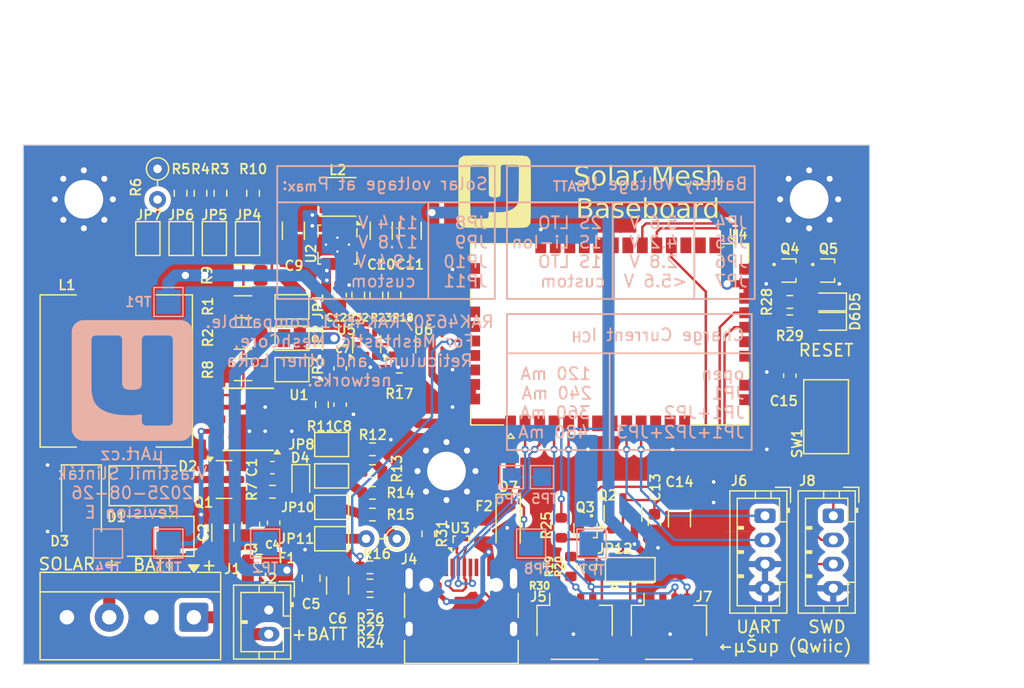
<source format=kicad_pcb>
(kicad_pcb
	(version 20241229)
	(generator "pcbnew")
	(generator_version "9.0")
	(general
		(thickness 1.6)
		(legacy_teardrops no)
	)
	(paper "A4")
	(title_block
		(title "Solar Mesh Baseboard for RAK4630")
		(date "2025-08-26")
		(rev "E")
		(company "μArt.cz")
		(comment 1 "Vlastimil Slinták")
	)
	(layers
		(0 "F.Cu" signal)
		(2 "B.Cu" signal)
		(9 "F.Adhes" user "F.Adhesive")
		(11 "B.Adhes" user "B.Adhesive")
		(13 "F.Paste" user)
		(15 "B.Paste" user)
		(5 "F.SilkS" user "F.Silkscreen")
		(7 "B.SilkS" user "B.Silkscreen")
		(1 "F.Mask" user)
		(3 "B.Mask" user)
		(17 "Dwgs.User" user "User.Drawings")
		(19 "Cmts.User" user "User.Comments")
		(21 "Eco1.User" user "User.Eco1")
		(23 "Eco2.User" user "User.Eco2")
		(25 "Edge.Cuts" user)
		(27 "Margin" user)
		(31 "F.CrtYd" user "F.Courtyard")
		(29 "B.CrtYd" user "B.Courtyard")
		(35 "F.Fab" user)
		(33 "B.Fab" user)
		(39 "User.1" user)
		(41 "User.2" user)
		(43 "User.3" user)
		(45 "User.4" user)
		(47 "User.5" user)
		(49 "User.6" user)
		(51 "User.7" user)
		(53 "User.8" user)
		(55 "User.9" user)
	)
	(setup
		(stackup
			(layer "F.SilkS"
				(type "Top Silk Screen")
			)
			(layer "F.Paste"
				(type "Top Solder Paste")
			)
			(layer "F.Mask"
				(type "Top Solder Mask")
				(thickness 0.01)
			)
			(layer "F.Cu"
				(type "copper")
				(thickness 0.035)
			)
			(layer "dielectric 1"
				(type "core")
				(thickness 1.51)
				(material "FR4")
				(epsilon_r 4.5)
				(loss_tangent 0.02)
			)
			(layer "B.Cu"
				(type "copper")
				(thickness 0.035)
			)
			(layer "B.Mask"
				(type "Bottom Solder Mask")
				(thickness 0.01)
			)
			(layer "B.Paste"
				(type "Bottom Solder Paste")
			)
			(layer "B.SilkS"
				(type "Bottom Silk Screen")
			)
			(copper_finish "None")
			(dielectric_constraints no)
		)
		(pad_to_mask_clearance 0)
		(allow_soldermask_bridges_in_footprints no)
		(tenting front back)
		(aux_axis_origin 114 78)
		(grid_origin 114 78)
		(pcbplotparams
			(layerselection 0x00000000_00000000_55555555_5755f5ff)
			(plot_on_all_layers_selection 0x00000000_00000000_00000000_00000000)
			(disableapertmacros no)
			(usegerberextensions yes)
			(usegerberattributes yes)
			(usegerberadvancedattributes yes)
			(creategerberjobfile no)
			(dashed_line_dash_ratio 12.000000)
			(dashed_line_gap_ratio 3.000000)
			(svgprecision 6)
			(plotframeref no)
			(mode 1)
			(useauxorigin no)
			(hpglpennumber 1)
			(hpglpenspeed 20)
			(hpglpendiameter 15.000000)
			(pdf_front_fp_property_popups yes)
			(pdf_back_fp_property_popups yes)
			(pdf_metadata yes)
			(pdf_single_document no)
			(dxfpolygonmode yes)
			(dxfimperialunits yes)
			(dxfusepcbnewfont yes)
			(psnegative no)
			(psa4output no)
			(plot_black_and_white yes)
			(sketchpadsonfab no)
			(plotpadnumbers no)
			(hidednponfab no)
			(sketchdnponfab yes)
			(crossoutdnponfab yes)
			(subtractmaskfromsilk yes)
			(outputformat 1)
			(mirror no)
			(drillshape 0)
			(scaleselection 1)
			(outputdirectory "../gerbers/")
		)
	)
	(net 0 "")
	(net 1 "VS")
	(net 2 "Net-(U1-VG)")
	(net 3 "GND")
	(net 4 "+BATT")
	(net 5 "Net-(C7-Pad1)")
	(net 6 "VCC")
	(net 7 "+3V3")
	(net 8 "Net-(JP12-A)")
	(net 9 "/RESET")
	(net 10 "Net-(D1-A)")
	(net 11 "Net-(D2-K)")
	(net 12 "Net-(D2-A)")
	(net 13 "Net-(D4-A)")
	(net 14 "Net-(D4-K)")
	(net 15 "Net-(D5-K)")
	(net 16 "Net-(D5-A)")
	(net 17 "Net-(D6-K)")
	(net 18 "Net-(D6-A)")
	(net 19 "/VBUS")
	(net 20 "/USB+")
	(net 21 "/USB-")
	(net 22 "Net-(J4-CC1)")
	(net 23 "/SWDCLK")
	(net 24 "/SWDIO")
	(net 25 "/LED1")
	(net 26 "/LED2")
	(net 27 "/VEXT")
	(net 28 "Net-(J4-CC2)")
	(net 29 "unconnected-(J4-SBU2-PadB8)")
	(net 30 "/I2C1_SDA")
	(net 31 "/I2C1_SCL")
	(net 32 "/AIN0")
	(net 33 "unconnected-(J4-SBU1-PadA8)")
	(net 34 "Net-(JP1-A)")
	(net 35 "Net-(JP2-A)")
	(net 36 "Net-(JP3-A)")
	(net 37 "Net-(JP4-A)")
	(net 38 "Net-(JP5-A)")
	(net 39 "Net-(JP6-A)")
	(net 40 "Net-(JP7-A)")
	(net 41 "Net-(JP8-A)")
	(net 42 "Net-(JP9-B)")
	(net 43 "Net-(JP10-A)")
	(net 44 "/TXD1")
	(net 45 "/RXD1")
	(net 46 "/I2C2_SDA")
	(net 47 "/I2C2_SCL")
	(net 48 "Net-(JP11-A)")
	(net 49 "Net-(U2-L2)")
	(net 50 "Net-(U2-L1)")
	(net 51 "Net-(Q1-G)")
	(net 52 "Net-(Q2-G)")
	(net 53 "Net-(U1-COM)")
	(net 54 "/3V3_EXT")
	(net 55 "Net-(U2-FB)")
	(net 56 "unconnected-(U4-P0.16-Pad7)")
	(net 57 "unconnected-(U4-P0.10-Pad12)")
	(net 58 "unconnected-(U4-P0.04-Pad41)")
	(net 59 "/FB+")
	(net 60 "unconnected-(U4-P0.17-Pad8)")
	(net 61 "unconnected-(U4-P0.21-Pad11)")
	(net 62 "unconnected-(U4-RF_BT-Pad15)")
	(net 63 "unconnected-(U4-P0.02-Pad30)")
	(net 64 "unconnected-(U4-P0.31-Pad39)")
	(net 65 "unconnected-(U4-P0.30-Pad33)")
	(net 66 "unconnected-(U4-P0.03-Pad29)")
	(net 67 "unconnected-(U4-P0.09-Pad13)")
	(net 68 "unconnected-(U4-RF_LoRa-Pad37)")
	(net 69 "unconnected-(U4-P0.26-Pad34)")
	(net 70 "unconnected-(U4-P0.15-Pad6)")
	(net 71 "/VP-")
	(net 72 "unconnected-(U4-P0.28-Pad31)")
	(net 73 "Net-(R23-Pad1)")
	(net 74 "Net-(R24-Pad2)")
	(net 75 "unconnected-(U4-P0.29-Pad32)")
	(net 76 "unconnected-(U4-P1.01-Pad25)")
	(net 77 "Net-(J1-Pin_1)")
	(net 78 "Net-(U2-EN)")
	(net 79 "Net-(F2-Pad1)")
	(net 80 "/VBUS_ST")
	(net 81 "unconnected-(U5-NC-Pad4)")
	(net 82 "unconnected-(U6-ST-Pad5)")
	(net 83 "unconnected-(U6-NC-Pad4)")
	(footprint "Capacitor_SMD:C_1206_3216Metric" (layer "F.Cu") (at 143.6 85.1 -90))
	(footprint "Resistor_SMD:R_0603_1608Metric" (layer "F.Cu") (at 142.875 103.2 180))
	(footprint "Package_TO_SOT_SMD:SOT-416" (layer "F.Cu") (at 177.4 88.4))
	(footprint "Fuse:Fuse_0805_2012Metric" (layer "F.Cu") (at 133.5 112.6))
	(footprint "Capacitor_SMD:C_0603_1608Metric" (layer "F.Cu") (at 140.2 90.425 90))
	(footprint "Connector_JST:JST_SH_SM04B-SRSS-TB_1x04-1MP_P1.00mm_Horizontal" (layer "F.Cu") (at 167.4 117.9))
	(footprint "Capacitor_SMD:C_1206_3216Metric" (layer "F.Cu") (at 146 85.1 -90))
	(footprint "Package_TO_SOT_SMD:SOT-23" (layer "F.Cu") (at 163.6 108.5 90))
	(footprint "Jumper:SolderJumper-2_P1.3mm_Open_Pad1.0x1.5mm" (layer "F.Cu") (at 139.5 110.6 180))
	(footprint "Resistor_SMD:R_0603_1608Metric" (layer "F.Cu") (at 138.7 99.5 -90))
	(footprint "Resistor_SMD:R_0603_1608Metric" (layer "F.Cu") (at 142.675 112.97 180))
	(footprint "Jumper:SolderJumper-2_P1.3mm_Open_Pad1.0x1.5mm" (layer "F.Cu") (at 124.298125 85.75 -90))
	(footprint "Jumper:SolderJumper-2_P1.3mm_Open_Pad1.0x1.5mm" (layer "F.Cu") (at 127.048125 85.75 -90))
	(footprint "Capacitor_SMD:C_1206_3216Metric" (layer "F.Cu") (at 139.99 114.475 90))
	(footprint "Package_SO:SSOP-10_3.9x4.9mm_P1.00mm" (layer "F.Cu") (at 132.601875 100.7125 180))
	(footprint "Resistor_SMD:R_0603_1608Metric" (layer "F.Cu") (at 127.00375 82 -90))
	(footprint "Connector_USB:USB_C_Receptacle_HRO_TYPE-C-31-M-12" (layer "F.Cu") (at 150.23 117.02))
	(footprint "Capacitor_SMD:C_1206_3216Metric" (layer "F.Cu") (at 136.334375 85.1 -90))
	(footprint "Jumper:SolderJumper-2_P1.3mm_Open_Pad1.0x1.5mm" (layer "F.Cu") (at 139.5 105.4))
	(footprint "Resistor_SMD:R_0603_1608Metric" (layer "F.Cu") (at 160.88 112.9 -90))
	(footprint "Resistor_SMD:R_0603_1608Metric" (layer "F.Cu") (at 158.5 109.7 -90))
	(footprint "Resistor_SMD:R_0603_1608Metric" (layer "F.Cu") (at 144.7 90.425 90))
	(footprint "Capacitor_SMD:C_0603_1608Metric" (layer "F.Cu") (at 166.2 109.35 -90))
	(footprint "Resistor_SMD:R_0603_1608Metric" (layer "F.Cu") (at 134.601875 106.7125 180))
	(footprint "Package_TO_SOT_SMD:SOT-363_SC-70-6" (layer "F.Cu") (at 145.3 94.5 90))
	(footprint "LOGO" (layer "F.Cu") (at 152.98 81.87))
	(footprint "Resistor_SMD:R_1206_3216Metric" (layer "F.Cu") (at 132.16875 96.6))
	(footprint "Resistor_SMD:R_0603_1608Metric" (layer "F.Cu") (at 142.875 108.6 180))
	(footprint "Jumper:SolderJumper-2_P1.3mm_Open_Pad1.0x1.5mm" (layer "F.Cu") (at 136.21875 91.4))
	(footprint "Fuse:Fuse_0805_2012Metric" (layer "F.Cu") (at 152 109.9625 90))
	(footprint "Resistor_SMD:R_0603_1608Metric" (layer "F.Cu") (at 156.5 112.8 -90))
	(footprint "Package_TO_SOT_SMD:SOT-363_SC-70-6" (layer "F.Cu") (at 142.4 94.5 90))
	(footprint "Jumper:SolderJumper-2_P1.3mm_Open_Pad1.0x1.5mm" (layer "F.Cu") (at 136.21875 96.6))
	(footprint "LED_SMD:LED_0603_1608Metric" (layer "F.Cu") (at 180.601875 92.6 180))
	(footprint "Diode_SMD:D_SMA" (layer "F.Cu") (at 124.601875 106.2125))
	(footprint "Resistor_SMD:R_1206_3216Metric" (layer "F.Cu") (at 132.16 88.8))
	(footprint "Capacitor_SMD:C_0603_1608Metric" (layer "F.Cu") (at 134.601875 104.7125))
	(footprint "Resistor_SMD:R_0603_1608Metric" (layer "F.Cu") (at 130.3 82 -90))
	(footprint "Jumper:SolderJumper-3_P1.3mm_Open_Pad1.0x1.5mm" (layer "F.Cu") (at 164.2 113.1575))
	(footprint "Resistor_SMD:R_0603_1608Metric" (layer "F.Cu") (at 147.5 110.195 -90))
	(footprint "Diode_SMD:D_SOD-123"
		(layer "F.Cu")
		(uuid "7de0cff2-4797-4711-b61e-1b1006713072")
		(at 154.1 109.2925 -90)
		(descr "SOD-123")
		(tags "SOD-123")
		(property "Reference" "D7"
			(at -2.9925 -0.026875 0)
			(layer "F.SilkS")
			(uuid "b1c373d4-cc8c-4b45-9c61-f5270ff300a7")
			(effects
				(font
					(size 0.8 0.8)
					(thickness 0.15)
				)
			)
		)
		(property "Value" "LBZT52B5V6T1G"
			(at 0 2.1 90)
			(layer "F.Fab")
			(uuid "489d02ad-cfed-4128-ab2d-2e63f8e68549")
			(effects
				(font
					(size 1 1)
					(thickness 0.15)
				)
			)
		)
		(property "Datasheet" "~"
			(at 0 0 90)
			(layer "F.Fab")
			(hide yes)
			(uuid "416e48e9-d08b-40c8-96bd-7151b056f101")
			(effects
				(font
					(size 1.27 1.27)
					(thickness 0.15)
				)
			)
		)
		(property "Description" "Zener diode"
			(at 0 0 90)
			(layer "F.Fab")
			(hide yes)
			(uuid "2227bca5-e99b-4244-bef6-c2be3077bc16")
			(effects
				(font
					(size 1.27 1.27)
					(thickness 0.15)
				)
			)
		)
		(property "LCSC" "C2912016"
			(at 263.14 -44.58 0)
			(layer "F.Fab")
			(hide yes)
			(uuid "85dc5590-67a4-49e7-bf92-2d4f94198248")
			(effects
				(font
					(size 1 1)
					(thickness 0.15)
				)
			)
		)
		(property ki_fp_filters "TO-???* *_Diode_* *SingleDiode* D_*")
		(path "/f67d2d8d-a6d0-4827-8fe5-5a5b508796b1")
		(sheetname "/")
		(sheetfile "solar-node-revE.kicad_sch")
		(attr smd)
		(fp_line
			(start -2.36 1)
			(end 1.65 1)
			(stroke
				(width 0.12)
				(type solid)
			)
			(layer "F.SilkS")
			(uuid "e8608459-cb83-4f4a-bab4-0ead0d55e51d")
		)
		(fp_line
			(start -2.36 -1)
			(end -2.36 1)
			(stroke
				(width 0.12)
				(type solid)
			)
			(layer "F.SilkS")
			(uuid "2877ea6e-7667-4619-8f8e-b02969a80c22")
		)
		(fp_line
			(start -2.36 -1)
			(end 1.65 -1)
			(stroke
				(width 0.12)
				(type solid)
			)
			(layer "F.SilkS")
			(uuid "0fe2422b-837a-4d0a-a041-5f761e537af7")
		)
		(fp_line
			(start 2.35 1.15)
			(end -2.35 1.15)
			(stroke
				(width 0.05)
				(type solid)
			)
			(layer "F.CrtYd")
			(uuid "441437d3-be64-4507-933e-27c66f304760")
		)
		(fp_line
			(start -2.35 -1.15)
			(end -2.35 1.15)
			(stroke
				(width 0.05)
				(type solid)
			)
			(layer "F.CrtYd")
			(uuid "72674ddd-7947-4d7a-b17d-0fc64b6fd747")
		)
		(fp_line
			(start -2.35 -1.15)
			(end 2.35 -1.15)
			(stroke
				(width 0.05)
				(type solid)
			)
			(layer "F.CrtYd")
			(uuid "543978db-8241-486a-9ed3-280c56d09d9d")
		)
		(fp_line
			(start 2.35 -1.15)
			(end 2.35 1.15)
			(stroke
				(width 0.05)
				(type solid)
			)
			(layer "F.CrtYd")
			(uuid "3be3e00d-3df3-4310-a682-f764efd9cdd0")
		)
		(fp_line
			(start -1.4 0.9)
			(end -1.4 -0.9)
			(stroke
				(width 0.1)
				(type solid)
			)
			(layer "F.Fab")
			(uuid "2cc9d082-07b4-4cd2-91c3-fb2e932b42ad")
		)
		(fp_line
			(start 1.4 0.9)
			(end -1.4 0.9)
			(stroke
				(width 0.1)
				(type solid)
			)
			(layer "F.Fab")
			(uuid "dc016dc5-3db3-4167-a80e-dec6806bf970")
		)
		(fp_line
			(start 0.25 0.4)
			(end -0.35 0)
			(stroke
				(width 0.1)
				(type solid)
			)
			(layer "F.Fab")
			(uuid "e28b2a70-7d7f-4b69-81ae-ac606e90316c")
		)
		(fp_line
			(start -0.75 0)
			(end -0.35 0)
			(stroke
				(width 0.1)
				(type solid)
			)
			(layer "F.Fab")
			(uuid "e6ef280f-776b-4af1-8e54-2168f9610d2d")
		)
		(fp_line
			(start -0.35 0)
			(end -0.35 0.55)
			(stroke
				(width 0.1)
				(type solid)
			)
			(layer "F.Fab")
			(uuid "b0661328-2c60-43ba-8cba-c9caf8b0271b")
		)
		(fp_line
			(start -0.35 0)
			(end 0.25 -0.4)
			(stroke
				(width 0.1)
				(type solid)
			)
			(layer "F.Fab")
			(uuid "7ac67ee3-766d-4303-8bb3-74b4cddea790")
		)
		(fp_line
			(start -0.35 0)
			(end -0.35 -0.55)
			(stroke
				(width 0.1)
				(type solid)
			)
			(layer "F.Fab")
			(uuid "54918ff9-4880-4f0c-910b-4f81857b3bf5")
		)
		(fp_line
			(start 0.25 0)
			(end 0.75 0)
			(stroke
				(width 0.1)
				(type solid)
			)
			(layer "F.Fab")
			(uuid "dc54a1aa-a6bd-4bc6-8cee-07c1311257b5")
		)
		(fp_line
			(start 0.25 -0.4)
			(end 0.25 0.4)
			(stroke
				(width 0.1)
				(type solid)
			)
			(layer "F.Fab")
			(uuid "5a095646-7b16-4edb-a9f4-0e3e34cdb16e")
		)
		(fp_line
			(start -1.4 -0.9)
			(end 1.4 -0.9)
			(stroke
				(width 0.1)
				(type solid)
			)
			(layer "F.Fab")
			(uuid "e9be2fd7-7ffc-4e95-a55a-fa6a549f0d76")
		)
		(fp_line
			(start 1.4 -0.9)
			(end 1.4 0.9)
			(stroke
				(width 0.1)
				(type solid)
			)
			(layer "F.Fab")
			(uuid "6237b729-25b2-47d0-b33b-65bfb31d04bb")
		)
		(fp_text user "${REFERENCE}"
			(at -2.625 -2 90)
			(layer "F.Fab")
			(uuid "ad2633e4-47b3-45da-8f37-7e8ecb5f40dd")
			(effects
				(font
					(size 1 1)
					(thickness 0.15)
				)
			)
		)
		(pad "1" smd roundrect
			(at -1.65 0 270)
			(size 0.9 1.2)
			(layers "F.Cu" "F.Mask" "F.Paste")
			(roundrect_rratio 0.25)
			(net 19 "/VBUS")
			(pinfunction "K")
			(pintype "passive")
			(uuid "f4b36743-c9e2-476d-95f3-cff7f5c43b89")
		)
		(pad "2" smd roundrect
			(at 1.65 0 270)
			(size 0.9 1.2)
			(layers "F.Cu" "F.Mask" "F.Paste")
			(roundrect_rratio 0.25)
			(net 3 "GND")
			(pinfunction "A")
			(pintype "passive")
			(uuid "363cab80-dc59-4b82-957f-4ed156d9aa47")
		)
		(emb
... [633362 chars truncated]
</source>
